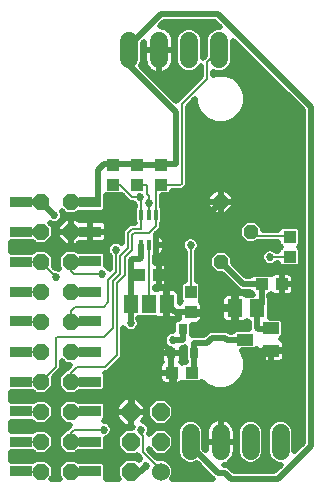
<source format=gtl>
G75*
%MOIN*%
%OFA0B0*%
%FSLAX24Y24*%
%IPPOS*%
%LPD*%
%AMOC8*
5,1,8,0,0,1.08239X$1,22.5*
%
%ADD10C,0.0600*%
%ADD11C,0.0600*%
%ADD12OC8,0.0600*%
%ADD13OC8,0.0540*%
%ADD14R,0.0760X0.0380*%
%ADD15R,0.0551X0.0394*%
%ADD16R,0.0433X0.0394*%
%ADD17R,0.0512X0.0591*%
%ADD18OC8,0.0480*%
%ADD19R,0.0394X0.0433*%
%ADD20R,0.0460X0.0630*%
%ADD21R,0.0160X0.0320*%
%ADD22R,0.0310X0.0350*%
%ADD23C,0.0200*%
%ADD24C,0.0270*%
%ADD25C,0.0080*%
D10*
X006650Y001414D02*
X006650Y002014D01*
X007650Y002014D02*
X007650Y001414D01*
X008650Y001414D02*
X008650Y002014D01*
X009650Y002014D02*
X009650Y001414D01*
X007600Y014464D02*
X007600Y015064D01*
X006600Y015064D02*
X006600Y014464D01*
X005600Y014464D02*
X005600Y015064D01*
X004600Y015064D02*
X004600Y014464D01*
D11*
X005650Y000714D03*
D12*
X005650Y001714D03*
X005650Y002714D03*
X004650Y002714D03*
X004650Y001714D03*
X004650Y000714D03*
D13*
X002650Y000714D03*
X002650Y001714D03*
X002650Y002714D03*
X002650Y003714D03*
X002650Y004714D03*
X002650Y005714D03*
X002650Y006714D03*
X002650Y007714D03*
X002650Y008714D03*
X002650Y009714D03*
X001650Y009714D03*
X001650Y008714D03*
X001650Y007714D03*
X001650Y006714D03*
X001650Y005714D03*
X001650Y004714D03*
X001650Y003714D03*
X001650Y002714D03*
X001650Y001714D03*
X001650Y000714D03*
D14*
X001008Y000726D03*
X001008Y001710D03*
X001008Y002734D03*
X001008Y003718D03*
X001008Y004703D03*
X001008Y005726D03*
X001008Y006710D03*
X001008Y007695D03*
X001008Y008718D03*
X001008Y009703D03*
X003292Y009703D03*
X003292Y008718D03*
X003292Y007734D03*
X003292Y006710D03*
X003292Y005726D03*
X003292Y004703D03*
X003292Y003718D03*
X003292Y002734D03*
X003292Y001710D03*
X003292Y000726D03*
D15*
X008467Y005114D03*
X009333Y004740D03*
X009333Y005488D03*
D16*
X009015Y006964D03*
X009685Y006964D03*
X009950Y007880D03*
X009950Y008549D03*
X006685Y004014D03*
X006015Y004014D03*
X005585Y007264D03*
X004915Y007264D03*
X004850Y010280D03*
X004850Y010949D03*
X004050Y010949D03*
X004050Y010280D03*
X005650Y010280D03*
X005650Y010949D03*
D17*
X008126Y006164D03*
X008874Y006164D03*
D18*
X007650Y007714D03*
X008650Y008714D03*
X007650Y009714D03*
D19*
X006650Y006699D03*
X006650Y006030D03*
D20*
X005850Y006314D03*
X005250Y006314D03*
X004650Y006314D03*
D21*
X005000Y008264D03*
X005250Y008264D03*
X005500Y008264D03*
X005500Y009264D03*
X005250Y009264D03*
X005000Y009264D03*
D22*
X006390Y005464D03*
X006010Y004664D03*
X006770Y004664D03*
D23*
X000650Y001360D02*
X000650Y001076D01*
X001404Y001076D01*
X001472Y001144D01*
X001828Y001144D01*
X002080Y000892D01*
X002080Y000536D01*
X002008Y000464D01*
X002292Y000464D01*
X002220Y000536D01*
X002220Y000892D01*
X002472Y001144D01*
X002828Y001144D01*
X002896Y001076D01*
X003738Y001076D01*
X003832Y000982D01*
X003832Y000470D01*
X003826Y000464D01*
X004249Y000464D01*
X004190Y000524D01*
X004190Y000905D01*
X004459Y001174D01*
X004841Y001174D01*
X004917Y001098D01*
X004975Y001157D01*
X004859Y001273D01*
X004841Y001254D01*
X004459Y001254D01*
X004190Y001524D01*
X004190Y001905D01*
X004459Y002174D01*
X004706Y002174D01*
X004722Y002214D01*
X004650Y002214D01*
X004650Y002714D01*
X004650Y002214D01*
X004443Y002214D01*
X004150Y002507D01*
X004150Y002714D01*
X004650Y002714D01*
X004650Y002714D01*
X004650Y002714D01*
X004650Y002714D01*
X005150Y002714D01*
X005150Y002507D01*
X005052Y002409D01*
X005059Y002409D01*
X005167Y002364D01*
X005250Y002281D01*
X005295Y002173D01*
X005295Y002056D01*
X005263Y001978D01*
X005459Y002174D01*
X005841Y002174D01*
X006110Y001905D01*
X006110Y001524D01*
X005841Y001254D01*
X005459Y001254D01*
X005250Y001464D01*
X005250Y001447D01*
X005533Y001164D01*
X005558Y001174D01*
X005741Y001174D01*
X005911Y001104D01*
X006040Y000975D01*
X006110Y000806D01*
X006110Y000623D01*
X006044Y000464D01*
X007382Y000464D01*
X007330Y000517D01*
X006848Y000999D01*
X006741Y000954D01*
X006558Y000954D01*
X006389Y001024D01*
X006260Y001154D01*
X006190Y001323D01*
X006190Y002106D01*
X006260Y002275D01*
X006389Y002404D01*
X006558Y002474D01*
X006741Y002474D01*
X006911Y002404D01*
X007040Y002275D01*
X007110Y002106D01*
X007110Y001472D01*
X007150Y001432D01*
X007150Y001714D01*
X007650Y001714D01*
X007650Y001714D01*
X007650Y001714D01*
X008150Y001714D01*
X008150Y001375D01*
X008138Y001297D01*
X008113Y001222D01*
X008078Y001152D01*
X008031Y001089D01*
X007976Y001033D01*
X007912Y000987D01*
X007842Y000951D01*
X007767Y000927D01*
X007752Y000924D01*
X007852Y000924D01*
X007947Y000885D01*
X008108Y000724D01*
X009442Y000724D01*
X009672Y000954D01*
X009558Y000954D01*
X009389Y001024D01*
X009260Y001154D01*
X009190Y001323D01*
X009190Y002106D01*
X009260Y002275D01*
X009389Y002404D01*
X009558Y002474D01*
X009741Y002474D01*
X009911Y002404D01*
X010040Y002275D01*
X010110Y002106D01*
X010110Y001392D01*
X010390Y001672D01*
X010390Y012757D01*
X008060Y015087D01*
X008060Y014373D01*
X007990Y014204D01*
X007861Y014074D01*
X007691Y014004D01*
X007508Y014004D01*
X007400Y014049D01*
X007400Y013950D01*
X007483Y013984D01*
X007817Y013984D01*
X008126Y013856D01*
X008363Y013620D01*
X008491Y013311D01*
X008491Y012976D01*
X008363Y012667D01*
X008126Y012431D01*
X007817Y012303D01*
X007483Y012303D01*
X007174Y012431D01*
X006937Y012667D01*
X006809Y012976D01*
X006809Y013141D01*
X006550Y012882D01*
X006550Y010232D01*
X006500Y010182D01*
X006383Y010064D01*
X006027Y010064D01*
X006027Y010017D01*
X005933Y009923D01*
X005700Y009923D01*
X005700Y009531D01*
X005740Y009491D01*
X005740Y009038D01*
X005700Y008998D01*
X005700Y008832D01*
X005583Y008714D01*
X005583Y008714D01*
X005493Y008624D01*
X005500Y008624D01*
X005500Y008264D01*
X005500Y007904D01*
X005606Y007904D01*
X005657Y007918D01*
X005703Y007944D01*
X005740Y007982D01*
X005766Y008027D01*
X005780Y008078D01*
X005780Y008264D01*
X005500Y008264D01*
X005500Y008264D01*
X005500Y007904D01*
X005450Y007904D01*
X005450Y007661D01*
X005585Y007661D01*
X005585Y007264D01*
X005585Y007264D01*
X006001Y007264D01*
X006001Y007041D01*
X005988Y006990D01*
X005961Y006945D01*
X005924Y006907D01*
X005878Y006881D01*
X005828Y006868D01*
X005585Y006868D01*
X005585Y007264D01*
X005585Y007264D01*
X006001Y007264D01*
X006001Y007488D01*
X005988Y007538D01*
X005961Y007584D01*
X005924Y007621D01*
X005878Y007648D01*
X005828Y007661D01*
X005585Y007661D01*
X005585Y007264D01*
X005585Y006868D01*
X005450Y006868D01*
X005450Y006789D01*
X005497Y006789D01*
X005497Y006789D01*
X005543Y006816D01*
X005594Y006829D01*
X005835Y006829D01*
X005835Y006329D01*
X005865Y006329D01*
X005865Y006829D01*
X006106Y006829D01*
X006157Y006816D01*
X006203Y006789D01*
X006240Y006752D01*
X006266Y006707D01*
X006280Y006656D01*
X006280Y006346D01*
X006293Y006369D01*
X006317Y006393D01*
X006293Y006416D01*
X006293Y006982D01*
X006387Y007076D01*
X006450Y007076D01*
X006450Y008047D01*
X006400Y008097D01*
X006355Y008206D01*
X006355Y008323D01*
X006400Y008431D01*
X006483Y008514D01*
X006591Y008559D01*
X006709Y008559D01*
X006817Y008514D01*
X006900Y008431D01*
X006945Y008323D01*
X006945Y008206D01*
X006900Y008097D01*
X006850Y008047D01*
X006850Y007076D01*
X006913Y007076D01*
X007007Y006982D01*
X007007Y006416D01*
X006983Y006393D01*
X007007Y006369D01*
X007033Y006323D01*
X007047Y006273D01*
X007047Y006030D01*
X006650Y006030D01*
X006650Y006030D01*
X006715Y005964D01*
X007250Y005964D01*
X007450Y006164D01*
X008126Y006164D01*
X008150Y006214D01*
X008150Y006814D01*
X007650Y007314D01*
X007450Y007314D01*
X007250Y007514D01*
X007250Y009314D01*
X007650Y009714D01*
X007650Y009274D01*
X007832Y009274D01*
X008090Y009532D01*
X008090Y009714D01*
X007650Y009714D01*
X007650Y009714D01*
X007650Y009274D01*
X007468Y009274D01*
X007210Y009532D01*
X007210Y009714D01*
X007650Y009714D01*
X007650Y009714D01*
X007650Y009714D01*
X008090Y009714D01*
X008090Y009897D01*
X007832Y010154D01*
X007650Y010154D01*
X007650Y009714D01*
X007210Y009714D01*
X007210Y009897D01*
X007468Y010154D01*
X007650Y010154D01*
X007650Y009714D01*
X007650Y009714D01*
X007650Y009742D02*
X007650Y009742D01*
X007650Y009544D02*
X007650Y009544D01*
X007650Y009345D02*
X007650Y009345D01*
X007397Y009345D02*
X005740Y009345D01*
X005740Y009147D02*
X010390Y009147D01*
X010390Y009345D02*
X007903Y009345D01*
X008090Y009544D02*
X010390Y009544D01*
X010390Y009742D02*
X008090Y009742D01*
X008046Y009941D02*
X010390Y009941D01*
X010390Y010139D02*
X007847Y010139D01*
X007650Y010139D02*
X007650Y010139D01*
X007453Y010139D02*
X006458Y010139D01*
X006550Y010338D02*
X010390Y010338D01*
X010390Y010536D02*
X006550Y010536D01*
X006550Y010735D02*
X010390Y010735D01*
X010390Y010933D02*
X006550Y010933D01*
X006550Y011132D02*
X010390Y011132D01*
X010390Y011330D02*
X006550Y011330D01*
X006550Y011529D02*
X010390Y011529D01*
X010390Y011727D02*
X006550Y011727D01*
X006550Y011926D02*
X010390Y011926D01*
X010390Y012124D02*
X006550Y012124D01*
X006550Y012323D02*
X007435Y012323D01*
X007083Y012521D02*
X006550Y012521D01*
X006550Y012720D02*
X006916Y012720D01*
X006833Y012918D02*
X006587Y012918D01*
X006785Y013117D02*
X006809Y013117D01*
X006617Y013514D02*
X005718Y013514D01*
X005850Y013414D02*
X005600Y013664D01*
X005600Y014764D01*
X005600Y013964D01*
X005600Y014764D01*
X005600Y014764D01*
X005600Y014764D01*
X006100Y014764D01*
X006100Y014425D01*
X006088Y014347D01*
X006063Y014272D01*
X006028Y014202D01*
X005981Y014139D01*
X005926Y014083D01*
X005862Y014037D01*
X005792Y014001D01*
X005717Y013977D01*
X005639Y013964D01*
X005600Y013964D01*
X005561Y013964D01*
X005483Y013977D01*
X005408Y014001D01*
X005338Y014037D01*
X005274Y014083D01*
X005219Y014139D01*
X005172Y014202D01*
X005137Y014272D01*
X005112Y014347D01*
X005100Y014425D01*
X005100Y014764D01*
X005600Y014764D01*
X005600Y014764D01*
X006100Y014764D01*
X006100Y015104D01*
X006088Y015181D01*
X006063Y015256D01*
X006028Y015326D01*
X005981Y015390D01*
X005926Y015446D01*
X005862Y015492D01*
X005792Y015528D01*
X005717Y015552D01*
X005639Y015564D01*
X005618Y015564D01*
X005758Y015704D01*
X007442Y015704D01*
X007622Y015524D01*
X007508Y015524D01*
X007339Y015454D01*
X007210Y015325D01*
X007140Y015156D01*
X007140Y014587D01*
X007060Y014507D01*
X007060Y015156D01*
X006990Y015325D01*
X006861Y015454D01*
X006691Y015524D01*
X006508Y015524D01*
X006339Y015454D01*
X006210Y015325D01*
X006140Y015156D01*
X006140Y014373D01*
X006210Y014204D01*
X006339Y014074D01*
X006508Y014004D01*
X006691Y014004D01*
X006861Y014074D01*
X006990Y014204D01*
X007000Y014228D01*
X007000Y013897D01*
X006267Y013164D01*
X006167Y013065D01*
X005001Y014231D01*
X005060Y014373D01*
X005060Y015007D01*
X005100Y015047D01*
X005100Y014764D01*
X005600Y014764D01*
X005600Y014705D02*
X005600Y014705D01*
X005600Y014506D02*
X005600Y014506D01*
X005600Y014308D02*
X005600Y014308D01*
X005600Y014109D02*
X005600Y014109D01*
X005520Y013712D02*
X006815Y013712D01*
X007000Y013911D02*
X005321Y013911D01*
X005248Y014109D02*
X005123Y014109D01*
X005125Y014308D02*
X005033Y014308D01*
X005060Y014506D02*
X005100Y014506D01*
X005100Y014705D02*
X005060Y014705D01*
X005060Y014903D02*
X005100Y014903D01*
X004600Y014914D02*
X004600Y014764D01*
X004600Y014264D01*
X006150Y012714D01*
X006150Y010964D01*
X005700Y010964D01*
X005650Y010949D01*
X004850Y010949D01*
X004850Y010964D01*
X004100Y010964D01*
X004050Y010949D01*
X004050Y010964D01*
X003750Y010964D01*
X003550Y010764D01*
X003550Y009714D01*
X003300Y009714D01*
X003292Y009703D01*
X003300Y009714D02*
X002650Y009714D01*
X002368Y009388D02*
X002472Y009284D01*
X002828Y009284D01*
X002896Y009353D01*
X003738Y009353D01*
X003832Y009446D01*
X003832Y009923D01*
X004333Y009923D01*
X004346Y009936D01*
X004500Y009782D01*
X004617Y009664D01*
X004733Y009664D01*
X004783Y009614D01*
X004800Y009607D01*
X004800Y009531D01*
X004760Y009491D01*
X004760Y009038D01*
X004784Y009014D01*
X004617Y009014D01*
X004500Y008897D01*
X004467Y008864D01*
X004350Y008747D01*
X004350Y008332D01*
X004317Y008364D01*
X004209Y008409D01*
X004091Y008409D01*
X003983Y008364D01*
X003900Y008281D01*
X003855Y008173D01*
X003855Y008056D01*
X003900Y007947D01*
X003950Y007897D01*
X003950Y007482D01*
X003867Y007564D01*
X003832Y007579D01*
X003832Y007990D01*
X003738Y008084D01*
X002888Y008084D01*
X002828Y008144D01*
X002472Y008144D01*
X002220Y007892D01*
X002220Y007536D01*
X002274Y007482D01*
X002209Y007509D01*
X002138Y007509D01*
X002080Y007567D01*
X002080Y007892D01*
X001828Y008144D01*
X001472Y008144D01*
X001372Y008045D01*
X000650Y008045D01*
X000650Y008368D01*
X001388Y008368D01*
X001472Y008284D01*
X001828Y008284D01*
X002080Y008536D01*
X002080Y008892D01*
X001976Y008996D01*
X002041Y008969D01*
X002159Y008969D01*
X002267Y009014D01*
X002350Y009097D01*
X002395Y009206D01*
X002395Y009323D01*
X002368Y009388D01*
X002386Y009345D02*
X002411Y009345D01*
X002455Y009184D02*
X002180Y008909D01*
X002180Y008714D01*
X002180Y008520D01*
X002455Y008244D01*
X002650Y008244D01*
X002650Y008714D01*
X002650Y008244D01*
X002845Y008244D01*
X002929Y008328D01*
X003292Y008328D01*
X003698Y008328D01*
X003749Y008342D01*
X003795Y008368D01*
X003832Y008406D01*
X003858Y008451D01*
X003872Y008502D01*
X003872Y008718D01*
X003292Y008718D01*
X003292Y008328D01*
X003292Y008718D01*
X003292Y008718D01*
X003292Y008718D01*
X003872Y008718D01*
X003872Y008935D01*
X003858Y008986D01*
X003832Y009031D01*
X003795Y009068D01*
X003749Y009095D01*
X003698Y009108D01*
X003292Y009108D01*
X003292Y008718D01*
X003250Y008714D01*
X002650Y008714D01*
X002650Y008714D01*
X002180Y008714D01*
X002650Y008714D01*
X002650Y008714D01*
X002650Y009184D01*
X002455Y009184D01*
X002418Y009147D02*
X002371Y009147D01*
X002219Y008948D02*
X002024Y008948D01*
X002080Y008750D02*
X002180Y008750D01*
X002180Y008551D02*
X002080Y008551D01*
X001897Y008353D02*
X002347Y008353D01*
X002650Y008353D02*
X002650Y008353D01*
X002650Y008551D02*
X002650Y008551D01*
X002650Y008714D02*
X002650Y008714D01*
X002650Y009184D01*
X002845Y009184D01*
X002921Y009108D01*
X003292Y009108D01*
X003292Y008718D01*
X003292Y008718D01*
X003292Y008750D02*
X003292Y008750D01*
X003292Y008948D02*
X003292Y008948D01*
X003292Y008551D02*
X003292Y008551D01*
X003292Y008353D02*
X003292Y008353D01*
X003768Y008353D02*
X003971Y008353D01*
X003855Y008154D02*
X000650Y008154D01*
X000650Y008353D02*
X001403Y008353D01*
X001650Y008714D02*
X001050Y008714D01*
X001008Y008718D01*
X001008Y009703D02*
X001050Y009714D01*
X001650Y009714D01*
X002100Y009264D01*
X002650Y009147D02*
X002650Y009147D01*
X002650Y008948D02*
X002650Y008948D01*
X002650Y008750D02*
X002650Y008750D01*
X002882Y009147D02*
X004760Y009147D01*
X004760Y009345D02*
X002889Y009345D01*
X003832Y009544D02*
X004800Y009544D01*
X004539Y009742D02*
X003832Y009742D01*
X003868Y008948D02*
X004551Y008948D01*
X004500Y008897D02*
X004500Y008897D01*
X004353Y008750D02*
X003872Y008750D01*
X003872Y008551D02*
X004350Y008551D01*
X004350Y008353D02*
X004329Y008353D01*
X004700Y007814D02*
X004650Y007764D01*
X004650Y007264D01*
X004915Y007264D01*
X004650Y007264D02*
X004650Y006314D01*
X004650Y005664D01*
X004577Y005375D02*
X004400Y005375D01*
X004483Y005414D02*
X004400Y005497D01*
X004400Y004532D01*
X004283Y004414D01*
X003883Y004014D01*
X003792Y004014D01*
X003832Y003975D01*
X003832Y003462D01*
X003738Y003368D01*
X002912Y003368D01*
X002828Y003284D01*
X002472Y003284D01*
X002220Y003536D01*
X002220Y003892D01*
X002472Y004144D01*
X002497Y004144D01*
X002637Y004284D01*
X002472Y004284D01*
X002350Y004406D01*
X002350Y004132D01*
X002080Y003862D01*
X002080Y003536D01*
X001828Y003284D01*
X001472Y003284D01*
X001388Y003368D01*
X000650Y003368D01*
X000650Y003084D01*
X001412Y003084D01*
X001472Y003144D01*
X001828Y003144D01*
X002080Y002892D01*
X002080Y002536D01*
X001828Y002284D01*
X001472Y002284D01*
X001372Y002384D01*
X000650Y002384D01*
X000650Y002060D01*
X001388Y002060D01*
X001472Y002144D01*
X001828Y002144D01*
X002080Y001892D01*
X002080Y001536D01*
X001828Y001284D01*
X001472Y001284D01*
X001396Y001360D01*
X000650Y001360D01*
X000650Y001207D02*
X004925Y001207D01*
X005150Y000914D02*
X004950Y000714D01*
X004650Y000714D01*
X004293Y001008D02*
X003806Y001008D01*
X003832Y000810D02*
X004190Y000810D01*
X004190Y000611D02*
X003832Y000611D01*
X003738Y001360D02*
X003832Y001454D01*
X003832Y001829D01*
X003917Y001864D01*
X004000Y001947D01*
X004045Y002056D01*
X004045Y002173D01*
X004000Y002281D01*
X003917Y002364D01*
X003809Y002409D01*
X003763Y002409D01*
X003832Y002478D01*
X003832Y002990D01*
X003738Y003084D01*
X002888Y003084D01*
X002828Y003144D01*
X002472Y003144D01*
X002220Y002892D01*
X002220Y002536D01*
X002472Y002284D01*
X002637Y002284D01*
X002550Y002197D01*
X002497Y002144D01*
X002472Y002144D01*
X002220Y001892D01*
X002220Y001536D01*
X002472Y001284D01*
X002828Y001284D01*
X002904Y001360D01*
X003738Y001360D01*
X003783Y001405D02*
X004308Y001405D01*
X004190Y001604D02*
X003832Y001604D01*
X003832Y001802D02*
X004190Y001802D01*
X004286Y002001D02*
X004022Y002001D01*
X004034Y002199D02*
X004716Y002199D01*
X004650Y002398D02*
X004650Y002398D01*
X004650Y002596D02*
X004650Y002596D01*
X004650Y002714D02*
X004700Y002914D01*
X004700Y003314D01*
X005400Y004014D01*
X006015Y004014D01*
X006015Y004014D01*
X006015Y003618D01*
X005772Y003618D01*
X005722Y003631D01*
X005676Y003657D01*
X005639Y003695D01*
X005612Y003740D01*
X005599Y003791D01*
X005599Y004014D01*
X006015Y004014D01*
X006015Y004014D01*
X006015Y003618D01*
X006258Y003618D01*
X006309Y003631D01*
X006355Y003657D01*
X006378Y003681D01*
X006402Y003658D01*
X006967Y003658D01*
X007028Y003718D01*
X007174Y003573D01*
X007483Y003445D01*
X007817Y003445D01*
X008126Y003573D01*
X008363Y003809D01*
X008491Y004118D01*
X008491Y004452D01*
X008364Y004758D01*
X008809Y004758D01*
X008857Y004806D01*
X008857Y004740D01*
X008857Y004517D01*
X008871Y004466D01*
X008897Y004421D01*
X008935Y004383D01*
X008980Y004357D01*
X009031Y004344D01*
X009333Y004344D01*
X009333Y004740D01*
X009333Y004740D01*
X009333Y004344D01*
X009635Y004344D01*
X009686Y004357D01*
X009731Y004383D01*
X009730Y004383D02*
X010390Y004383D01*
X010390Y004581D02*
X009809Y004581D01*
X009809Y004517D02*
X009809Y004740D01*
X009333Y004740D01*
X008857Y004740D01*
X009333Y004740D01*
X009333Y004740D01*
X009333Y004740D01*
X009250Y004764D01*
X009050Y004764D01*
X009050Y004014D01*
X008600Y004014D01*
X008000Y003414D01*
X007650Y003414D01*
X007650Y001714D01*
X007150Y001714D01*
X007150Y002054D01*
X007162Y002131D01*
X007187Y002206D01*
X007222Y002276D01*
X007269Y002340D01*
X007324Y002396D01*
X007388Y002442D01*
X007458Y002478D01*
X007533Y002502D01*
X007611Y002514D01*
X007650Y002514D01*
X007650Y001714D01*
X008150Y001714D01*
X008150Y002054D01*
X008138Y002131D01*
X008113Y002206D01*
X008078Y002276D01*
X008031Y002340D01*
X007976Y002396D01*
X007912Y002442D01*
X007842Y002478D01*
X007767Y002502D01*
X007689Y002514D01*
X007650Y002514D01*
X007650Y001714D01*
X007650Y001714D01*
X007650Y001802D02*
X007650Y001802D01*
X007650Y002001D02*
X007650Y002001D01*
X007650Y002199D02*
X007650Y002199D01*
X007650Y002398D02*
X007650Y002398D01*
X007327Y002398D02*
X006917Y002398D01*
X007071Y002199D02*
X007184Y002199D01*
X007150Y002001D02*
X007110Y002001D01*
X007110Y001802D02*
X007150Y001802D01*
X007150Y001604D02*
X007110Y001604D01*
X006650Y001564D02*
X007550Y000664D01*
X007800Y000664D01*
X008000Y000464D01*
X009550Y000464D01*
X010650Y001564D01*
X010650Y012864D01*
X007550Y015964D01*
X005650Y015964D01*
X004600Y014914D01*
X005751Y015697D02*
X007449Y015697D01*
X007447Y015499D02*
X006753Y015499D01*
X006447Y015499D02*
X005849Y015499D01*
X006041Y015300D02*
X006200Y015300D01*
X006140Y015102D02*
X006100Y015102D01*
X006100Y014903D02*
X006140Y014903D01*
X006140Y014705D02*
X006100Y014705D01*
X006100Y014506D02*
X006140Y014506D01*
X006167Y014308D02*
X006075Y014308D01*
X005952Y014109D02*
X006304Y014109D01*
X006418Y013315D02*
X005917Y013315D01*
X005900Y013364D02*
X005950Y013364D01*
X005850Y013414D01*
X006115Y013117D02*
X006220Y013117D01*
X006896Y014109D02*
X007000Y014109D01*
X007060Y014705D02*
X007140Y014705D01*
X007140Y014903D02*
X007060Y014903D01*
X007060Y015102D02*
X007140Y015102D01*
X007200Y015300D02*
X007000Y015300D01*
X007896Y014109D02*
X009037Y014109D01*
X009236Y013911D02*
X007994Y013911D01*
X008270Y013712D02*
X009434Y013712D01*
X009633Y013514D02*
X008406Y013514D01*
X008489Y013315D02*
X009831Y013315D01*
X010030Y013117D02*
X008491Y013117D01*
X008467Y012918D02*
X010228Y012918D01*
X010390Y012720D02*
X008384Y012720D01*
X008217Y012521D02*
X010390Y012521D01*
X010390Y012323D02*
X007865Y012323D01*
X008033Y014308D02*
X008839Y014308D01*
X008640Y014506D02*
X008060Y014506D01*
X008060Y014705D02*
X008442Y014705D01*
X008243Y014903D02*
X008060Y014903D01*
X007650Y009941D02*
X007650Y009941D01*
X007254Y009941D02*
X005951Y009941D01*
X005700Y009742D02*
X007210Y009742D01*
X007210Y009544D02*
X005700Y009544D01*
X005700Y008948D02*
X008318Y008948D01*
X008250Y008880D02*
X008250Y008549D01*
X008484Y008314D01*
X008816Y008314D01*
X008866Y008364D01*
X009573Y008364D01*
X009573Y008286D01*
X009645Y008214D01*
X009573Y008143D01*
X009573Y008064D01*
X009517Y008064D01*
X009467Y008114D01*
X009359Y008159D01*
X009241Y008159D01*
X009133Y008114D01*
X009050Y008031D01*
X009005Y007923D01*
X009005Y007806D01*
X009050Y007697D01*
X009133Y007614D01*
X009241Y007569D01*
X009359Y007569D01*
X009467Y007614D01*
X009517Y007664D01*
X009573Y007664D01*
X009573Y007617D01*
X009667Y007523D01*
X010233Y007523D01*
X010327Y007617D01*
X010327Y008143D01*
X010255Y008214D01*
X010327Y008286D01*
X010327Y008812D01*
X010233Y008906D01*
X009667Y008906D01*
X009573Y008812D01*
X009573Y008764D01*
X009050Y008764D01*
X009050Y008880D01*
X008816Y009114D01*
X008484Y009114D01*
X008250Y008880D01*
X008250Y008750D02*
X005618Y008750D01*
X005606Y008624D02*
X005500Y008624D01*
X005500Y008264D01*
X005500Y008264D01*
X005500Y007864D01*
X005550Y007814D01*
X005500Y007764D01*
X005450Y007757D02*
X006450Y007757D01*
X006450Y007559D02*
X005976Y007559D01*
X005850Y007764D02*
X005800Y007814D01*
X005550Y007814D01*
X005500Y007956D02*
X005500Y007956D01*
X005500Y008154D02*
X005500Y008154D01*
X005500Y008264D02*
X005780Y008264D01*
X005780Y008451D01*
X005766Y008502D01*
X005740Y008547D01*
X005703Y008584D01*
X005657Y008611D01*
X005606Y008624D01*
X005500Y008551D02*
X005500Y008551D01*
X005500Y008353D02*
X005500Y008353D01*
X005500Y008264D02*
X005500Y008264D01*
X005736Y008551D02*
X006572Y008551D01*
X006728Y008551D02*
X008250Y008551D01*
X008446Y008353D02*
X006933Y008353D01*
X006924Y008154D02*
X009229Y008154D01*
X009371Y008154D02*
X009585Y008154D01*
X009573Y008353D02*
X008854Y008353D01*
X009019Y007956D02*
X007974Y007956D01*
X008050Y007880D02*
X007816Y008114D01*
X007484Y008114D01*
X007250Y007880D01*
X007250Y007549D01*
X007484Y007314D01*
X007682Y007314D01*
X008253Y006744D01*
X008348Y006704D01*
X008639Y006704D01*
X008639Y006701D01*
X008720Y006620D01*
X008552Y006620D01*
X008528Y006596D01*
X008505Y006620D01*
X008459Y006646D01*
X008408Y006660D01*
X008154Y006660D01*
X008154Y006192D01*
X008098Y006192D01*
X008098Y006136D01*
X008154Y006136D01*
X008154Y005669D01*
X008408Y005669D01*
X008459Y005683D01*
X008505Y005709D01*
X008528Y005733D01*
X008552Y005709D01*
X008590Y005709D01*
X008590Y005471D01*
X008125Y005471D01*
X008031Y005377D01*
X008031Y005374D01*
X007958Y005374D01*
X007947Y005385D01*
X007852Y005424D01*
X007298Y005424D01*
X007203Y005385D01*
X007130Y005312D01*
X007092Y005274D01*
X006705Y005274D01*
X006705Y005613D01*
X006873Y005613D01*
X006924Y005627D01*
X006970Y005653D01*
X007007Y005690D01*
X007033Y005736D01*
X007047Y005787D01*
X007047Y006030D01*
X006650Y006030D01*
X006135Y006030D01*
X005850Y006314D01*
X005850Y005664D01*
X005750Y005564D01*
X005750Y004964D01*
X005900Y004814D01*
X006000Y004814D01*
X006000Y004714D01*
X006010Y004664D01*
X005655Y004664D01*
X005655Y004463D01*
X005669Y004412D01*
X005688Y004378D01*
X005676Y004371D01*
X005639Y004334D01*
X005612Y004288D01*
X005599Y004238D01*
X005599Y004014D01*
X006015Y004014D01*
X006100Y003964D01*
X006100Y003664D01*
X006250Y003514D01*
X007200Y003514D01*
X007250Y003464D01*
X007350Y003464D01*
X007400Y003414D01*
X007650Y003414D01*
X007158Y003589D02*
X003832Y003589D01*
X003760Y003390D02*
X010390Y003390D01*
X010390Y003192D02*
X004880Y003192D01*
X004857Y003214D02*
X004650Y003214D01*
X004443Y003214D01*
X004150Y002921D01*
X004150Y002714D01*
X004650Y002714D01*
X004650Y002864D01*
X004650Y002795D02*
X004650Y002795D01*
X004650Y002714D02*
X004650Y003214D01*
X004650Y002714D01*
X005150Y002714D01*
X005150Y002921D01*
X004857Y003214D01*
X004650Y003192D02*
X004650Y003192D01*
X004650Y002993D02*
X004650Y002993D01*
X004650Y002714D02*
X004650Y002714D01*
X004259Y002398D02*
X003836Y002398D01*
X003832Y002596D02*
X004150Y002596D01*
X004150Y002795D02*
X003832Y002795D01*
X003829Y002993D02*
X004222Y002993D01*
X004420Y003192D02*
X000650Y003192D01*
X000650Y002199D02*
X002552Y002199D01*
X002358Y002398D02*
X001942Y002398D01*
X002080Y002596D02*
X002220Y002596D01*
X002220Y002795D02*
X002080Y002795D01*
X001979Y002993D02*
X002321Y002993D01*
X002366Y003390D02*
X001934Y003390D01*
X002080Y003589D02*
X002220Y003589D01*
X002220Y003787D02*
X002080Y003787D01*
X002204Y003986D02*
X002313Y003986D01*
X002350Y004184D02*
X002537Y004184D01*
X002373Y004383D02*
X002350Y004383D01*
X003820Y003986D02*
X005599Y003986D01*
X005599Y004184D02*
X004053Y004184D01*
X004251Y004383D02*
X005686Y004383D01*
X005655Y004581D02*
X004400Y004581D01*
X004400Y004780D02*
X005655Y004780D01*
X005655Y004866D02*
X005655Y004664D01*
X006010Y004664D01*
X006010Y004664D01*
X006010Y004664D01*
X006365Y004664D01*
X006365Y004463D01*
X006351Y004412D01*
X006334Y004383D01*
X006355Y004371D01*
X006378Y004348D01*
X006402Y004371D01*
X006490Y004371D01*
X006490Y004388D01*
X006455Y004423D01*
X006455Y004856D01*
X006452Y004854D01*
X006365Y004854D01*
X006365Y004664D01*
X006010Y004664D01*
X006000Y004664D01*
X006000Y004014D01*
X006015Y004014D01*
X006015Y003986D02*
X006015Y003986D01*
X006015Y003787D02*
X006015Y003787D01*
X006335Y004383D02*
X006490Y004383D01*
X006455Y004581D02*
X006365Y004581D01*
X006365Y004780D02*
X006455Y004780D01*
X006750Y004714D02*
X006770Y004664D01*
X006750Y004664D01*
X006750Y004014D01*
X006685Y004014D01*
X006750Y004714D02*
X006750Y005014D01*
X007200Y005014D01*
X007350Y005164D01*
X007800Y005164D01*
X007850Y005114D01*
X008467Y005114D01*
X008590Y005574D02*
X006705Y005574D01*
X006705Y005375D02*
X007193Y005375D01*
X007043Y005772D02*
X007695Y005772D01*
X007684Y005792D02*
X007710Y005746D01*
X007747Y005709D01*
X007793Y005683D01*
X007844Y005669D01*
X008098Y005669D01*
X008098Y006136D01*
X007670Y006136D01*
X007670Y005843D01*
X007684Y005792D01*
X007670Y005971D02*
X007047Y005971D01*
X007047Y006169D02*
X008098Y006169D01*
X008098Y006192D02*
X007670Y006192D01*
X007670Y006486D01*
X007684Y006537D01*
X007710Y006582D01*
X007747Y006620D01*
X007793Y006646D01*
X007844Y006660D01*
X008098Y006660D01*
X008098Y006192D01*
X008098Y006368D02*
X008154Y006368D01*
X008154Y006566D02*
X008098Y006566D01*
X008232Y006765D02*
X007007Y006765D01*
X007007Y006963D02*
X008033Y006963D01*
X007835Y007162D02*
X006850Y007162D01*
X006850Y007360D02*
X007438Y007360D01*
X007250Y007559D02*
X006850Y007559D01*
X006850Y007757D02*
X007250Y007757D01*
X007326Y007956D02*
X006850Y007956D01*
X006450Y007956D02*
X005714Y007956D01*
X005780Y008154D02*
X006376Y008154D01*
X006367Y008353D02*
X005780Y008353D01*
X005850Y007764D02*
X005850Y007264D01*
X005585Y007264D01*
X005585Y007264D01*
X005585Y007360D02*
X005585Y007360D01*
X005585Y007162D02*
X005585Y007162D01*
X005585Y006963D02*
X005585Y006963D01*
X005835Y006765D02*
X005865Y006765D01*
X005865Y006566D02*
X005835Y006566D01*
X005835Y006368D02*
X005865Y006368D01*
X005850Y006314D02*
X005850Y007264D01*
X006001Y007360D02*
X006450Y007360D01*
X006450Y007162D02*
X006001Y007162D01*
X005972Y006963D02*
X006293Y006963D01*
X006293Y006765D02*
X006227Y006765D01*
X006280Y006566D02*
X006293Y006566D01*
X006280Y006368D02*
X006292Y006368D01*
X006253Y005899D02*
X006253Y005799D01*
X006169Y005799D01*
X006075Y005706D01*
X006075Y005409D01*
X005991Y005409D01*
X005883Y005364D01*
X005800Y005281D01*
X005755Y005173D01*
X005755Y005056D01*
X005769Y005021D01*
X005732Y004999D01*
X005695Y004962D01*
X005669Y004917D01*
X005655Y004866D01*
X005711Y004978D02*
X004400Y004978D01*
X004400Y005177D02*
X005757Y005177D01*
X005909Y005375D02*
X004723Y005375D01*
X004709Y005369D02*
X004817Y005414D01*
X004900Y005497D01*
X004945Y005606D01*
X004945Y005723D01*
X004910Y005808D01*
X004910Y005839D01*
X004946Y005839D01*
X004950Y005843D01*
X004954Y005839D01*
X005497Y005839D01*
X005543Y005813D01*
X005594Y005799D01*
X005835Y005799D01*
X005835Y006299D01*
X005865Y006299D01*
X005865Y005799D01*
X006106Y005799D01*
X006157Y005813D01*
X006203Y005839D01*
X006240Y005877D01*
X006253Y005899D01*
X006142Y005772D02*
X004925Y005772D01*
X004932Y005574D02*
X006075Y005574D01*
X006050Y005114D02*
X006400Y005114D01*
X006400Y005464D01*
X006390Y005464D01*
X005865Y005971D02*
X005835Y005971D01*
X005835Y006169D02*
X005865Y006169D01*
X005497Y005839D02*
X005497Y005839D01*
X004709Y005369D02*
X004591Y005369D01*
X004483Y005414D01*
X003832Y003787D02*
X005600Y003787D01*
X005459Y003174D02*
X005190Y002905D01*
X005190Y002524D01*
X005459Y002254D01*
X005841Y002254D01*
X006110Y002524D01*
X006110Y002905D01*
X005841Y003174D01*
X005459Y003174D01*
X005278Y002993D02*
X005078Y002993D01*
X005150Y002795D02*
X005190Y002795D01*
X005190Y002596D02*
X005150Y002596D01*
X005086Y002398D02*
X005316Y002398D01*
X005284Y002199D02*
X006229Y002199D01*
X006190Y002001D02*
X006014Y002001D01*
X006110Y001802D02*
X006190Y001802D01*
X006190Y001604D02*
X006110Y001604D01*
X006190Y001405D02*
X005992Y001405D01*
X006007Y001008D02*
X006428Y001008D01*
X006238Y001207D02*
X005490Y001207D01*
X005308Y001405D02*
X005292Y001405D01*
X005272Y002001D02*
X005286Y002001D01*
X005984Y002398D02*
X006383Y002398D01*
X006110Y002596D02*
X010390Y002596D01*
X010390Y002398D02*
X009917Y002398D01*
X010071Y002199D02*
X010390Y002199D01*
X010390Y002001D02*
X010110Y002001D01*
X010110Y001802D02*
X010390Y001802D01*
X010322Y001604D02*
X010110Y001604D01*
X010110Y001405D02*
X010123Y001405D01*
X009528Y000810D02*
X008022Y000810D01*
X007942Y001008D02*
X008428Y001008D01*
X008389Y001024D02*
X008558Y000954D01*
X008741Y000954D01*
X008911Y001024D01*
X009040Y001154D01*
X009110Y001323D01*
X009110Y002106D01*
X009040Y002275D01*
X008911Y002404D01*
X008741Y002474D01*
X008558Y002474D01*
X008389Y002404D01*
X008260Y002275D01*
X008190Y002106D01*
X008190Y001323D01*
X008260Y001154D01*
X008389Y001024D01*
X008238Y001207D02*
X008105Y001207D01*
X008150Y001405D02*
X008190Y001405D01*
X008190Y001604D02*
X008150Y001604D01*
X008150Y001802D02*
X008190Y001802D01*
X008190Y002001D02*
X008150Y002001D01*
X008116Y002199D02*
X008229Y002199D01*
X008383Y002398D02*
X007973Y002398D01*
X008142Y003589D02*
X010390Y003589D01*
X010390Y003787D02*
X008341Y003787D01*
X008436Y003986D02*
X010390Y003986D01*
X010390Y004184D02*
X008491Y004184D01*
X008491Y004383D02*
X008936Y004383D01*
X008857Y004581D02*
X008437Y004581D01*
X008831Y004780D02*
X008857Y004780D01*
X008900Y005464D02*
X008850Y005514D01*
X008850Y006114D01*
X008874Y006164D01*
X009015Y006306D01*
X009015Y006964D01*
X008400Y006964D01*
X007650Y007714D01*
X008050Y007682D02*
X008050Y007880D01*
X008050Y007757D02*
X009025Y007757D01*
X009298Y007321D02*
X008733Y007321D01*
X008639Y007227D01*
X008639Y007224D01*
X008508Y007224D01*
X008050Y007682D01*
X008173Y007559D02*
X009631Y007559D01*
X009685Y007361D02*
X009442Y007361D01*
X009391Y007348D01*
X009345Y007321D01*
X009322Y007298D01*
X009298Y007321D01*
X009439Y007360D02*
X008372Y007360D01*
X007701Y006566D02*
X007007Y006566D01*
X007008Y006368D02*
X007670Y006368D01*
X008098Y005971D02*
X008154Y005971D01*
X008154Y005772D02*
X008098Y005772D01*
X008031Y005375D02*
X007957Y005375D01*
X008900Y005464D02*
X009300Y005464D01*
X009333Y005488D01*
X009290Y005845D02*
X009290Y006526D01*
X009275Y006540D01*
X009275Y006608D01*
X009298Y006608D01*
X009322Y006631D01*
X009345Y006607D01*
X009391Y006581D01*
X009442Y006568D01*
X009685Y006568D01*
X009928Y006568D01*
X009978Y006581D01*
X010024Y006607D01*
X010061Y006645D01*
X010088Y006690D01*
X010101Y006741D01*
X010101Y006964D01*
X009685Y006964D01*
X009685Y006964D01*
X009685Y006568D01*
X009685Y006964D01*
X009685Y006964D01*
X010101Y006964D01*
X010101Y007188D01*
X010088Y007238D01*
X010061Y007284D01*
X010024Y007321D01*
X009978Y007348D01*
X009928Y007361D01*
X009685Y007361D01*
X009685Y006964D01*
X010300Y006964D01*
X010350Y006914D01*
X010350Y005164D01*
X009950Y004764D01*
X009350Y004764D01*
X009333Y004740D01*
X009809Y004740D01*
X009809Y004964D01*
X009795Y005014D01*
X009769Y005060D01*
X009731Y005097D01*
X009686Y005124D01*
X009656Y005132D01*
X009675Y005132D01*
X009769Y005225D01*
X009769Y005752D01*
X009675Y005845D01*
X009290Y005845D01*
X009290Y005971D02*
X010390Y005971D01*
X010390Y006169D02*
X009290Y006169D01*
X009290Y006368D02*
X010390Y006368D01*
X010390Y006566D02*
X009275Y006566D01*
X009685Y006765D02*
X009685Y006765D01*
X009685Y006963D02*
X009685Y006963D01*
X009685Y006964D02*
X009685Y006964D01*
X009685Y007361D01*
X009685Y007360D02*
X009685Y007360D01*
X009685Y007162D02*
X009685Y007162D01*
X009931Y007360D02*
X010390Y007360D01*
X010390Y007162D02*
X010101Y007162D01*
X010101Y006963D02*
X010390Y006963D01*
X010390Y006765D02*
X010101Y006765D01*
X010269Y007559D02*
X010390Y007559D01*
X010390Y007757D02*
X010327Y007757D01*
X010327Y007956D02*
X010390Y007956D01*
X010390Y008154D02*
X010315Y008154D01*
X010327Y008353D02*
X010390Y008353D01*
X010390Y008551D02*
X010327Y008551D01*
X010327Y008750D02*
X010390Y008750D01*
X010390Y008948D02*
X008982Y008948D01*
X009748Y005772D02*
X010390Y005772D01*
X010390Y005574D02*
X009769Y005574D01*
X009769Y005375D02*
X010390Y005375D01*
X010390Y005177D02*
X009720Y005177D01*
X009805Y004978D02*
X010390Y004978D01*
X010390Y004780D02*
X009809Y004780D01*
X009809Y004517D02*
X009795Y004466D01*
X009769Y004421D01*
X009731Y004383D01*
X009333Y004383D02*
X009333Y004383D01*
X009333Y004581D02*
X009333Y004581D01*
X010390Y002993D02*
X006022Y002993D01*
X006110Y002795D02*
X010390Y002795D01*
X009383Y002398D02*
X008917Y002398D01*
X009071Y002199D02*
X009229Y002199D01*
X009190Y002001D02*
X009110Y002001D01*
X009110Y001802D02*
X009190Y001802D01*
X009190Y001604D02*
X009110Y001604D01*
X009110Y001405D02*
X009190Y001405D01*
X009238Y001207D02*
X009062Y001207D01*
X008872Y001008D02*
X009428Y001008D01*
X007235Y000611D02*
X006105Y000611D01*
X006108Y000810D02*
X007037Y000810D01*
X006650Y001564D02*
X006650Y001714D01*
X005585Y007559D02*
X005585Y007559D01*
X005000Y007864D02*
X005000Y008264D01*
X005000Y007864D02*
X004950Y007814D01*
X004700Y007814D01*
X003950Y007757D02*
X003832Y007757D01*
X003832Y007956D02*
X003896Y007956D01*
X003873Y007559D02*
X003950Y007559D01*
X002283Y007956D02*
X002017Y007956D01*
X002080Y007757D02*
X002220Y007757D01*
X002220Y007559D02*
X002088Y007559D01*
X001972Y002001D02*
X002328Y002001D01*
X002220Y001802D02*
X002080Y001802D01*
X002080Y001604D02*
X002220Y001604D01*
X002351Y001405D02*
X001949Y001405D01*
X001964Y001008D02*
X002336Y001008D01*
X002220Y000810D02*
X002080Y000810D01*
X002080Y000611D02*
X002220Y000611D01*
D24*
X003750Y002114D03*
X005000Y002114D03*
X005150Y000914D03*
X006050Y005114D03*
X004650Y005664D03*
X003700Y007314D03*
X004150Y008114D03*
X005250Y009664D03*
X004950Y009864D03*
X005500Y007764D03*
X006650Y008264D03*
X009300Y007864D03*
X005950Y013364D03*
X002100Y009264D03*
X002150Y007214D03*
D25*
X001650Y007714D01*
X001050Y007714D01*
X001008Y007695D01*
X001050Y006714D02*
X001008Y006710D01*
X001050Y006714D02*
X001650Y006714D01*
X001650Y005714D02*
X001050Y005714D01*
X001008Y005726D01*
X001050Y004714D02*
X001008Y004703D01*
X001050Y004714D02*
X001650Y004714D01*
X002150Y005164D02*
X002150Y004214D01*
X001650Y003714D01*
X001050Y003714D01*
X001008Y003718D01*
X001008Y002734D02*
X001050Y002714D01*
X001650Y002714D01*
X001650Y001714D02*
X001050Y001714D01*
X001008Y001710D01*
X001008Y000726D02*
X001050Y000714D01*
X001650Y000714D01*
X002650Y000714D02*
X003250Y000714D01*
X003292Y000726D01*
X003292Y001710D02*
X003250Y001714D01*
X002650Y001714D01*
X002650Y002014D01*
X002750Y002114D01*
X003750Y002114D01*
X003292Y002734D02*
X003250Y002714D01*
X002650Y002714D01*
X002650Y003714D02*
X003250Y003714D01*
X003292Y003718D01*
X002850Y004214D02*
X003800Y004214D01*
X004200Y004614D01*
X004200Y007014D01*
X004450Y007264D01*
X004450Y007864D01*
X004700Y008114D01*
X004700Y008614D01*
X004750Y008664D01*
X005250Y008664D01*
X005500Y008914D01*
X005500Y009264D01*
X005500Y010130D01*
X005650Y010280D01*
X005650Y010264D01*
X006300Y010264D01*
X006350Y010314D01*
X006350Y012964D01*
X007200Y013814D01*
X007200Y014364D01*
X007600Y014764D01*
X005200Y010264D02*
X004850Y010264D01*
X004850Y010280D01*
X004950Y009864D02*
X004700Y009864D01*
X004300Y010264D01*
X004050Y010264D01*
X004050Y010280D01*
X004950Y009864D02*
X005000Y009814D01*
X005000Y009264D01*
X005000Y008814D01*
X004700Y008814D01*
X004550Y008664D01*
X004550Y008164D01*
X004300Y007914D01*
X004300Y007314D01*
X004050Y007064D01*
X004050Y005514D01*
X003750Y005214D01*
X002200Y005214D01*
X002150Y005164D01*
X002650Y004714D02*
X003250Y004714D01*
X003292Y004703D01*
X002850Y004214D02*
X002650Y004014D01*
X002650Y003714D01*
X002650Y005714D02*
X003250Y005714D01*
X003292Y005726D01*
X003750Y006214D02*
X002800Y006214D01*
X002650Y006064D01*
X002650Y005714D01*
X002650Y006714D02*
X003250Y006714D01*
X003292Y006710D01*
X003750Y006214D02*
X003900Y006364D01*
X003900Y007114D01*
X004150Y007364D01*
X004150Y008114D01*
X003700Y007314D02*
X002750Y007314D01*
X002650Y007414D01*
X002650Y007714D01*
X003250Y007714D01*
X003292Y007734D01*
X005250Y009914D02*
X005200Y009964D01*
X005200Y010264D01*
X005250Y009914D02*
X005250Y009664D01*
X005250Y009264D01*
X005250Y008264D02*
X005250Y006314D01*
X006650Y006699D02*
X006650Y008264D01*
X008650Y008714D02*
X008800Y008564D01*
X009950Y008564D01*
X009950Y008549D01*
X009950Y007880D02*
X009950Y007864D01*
X009300Y007864D01*
X005000Y002114D02*
X005000Y001964D01*
X005050Y001914D01*
X005050Y001364D01*
X005650Y000764D01*
X005650Y000714D01*
M02*

</source>
